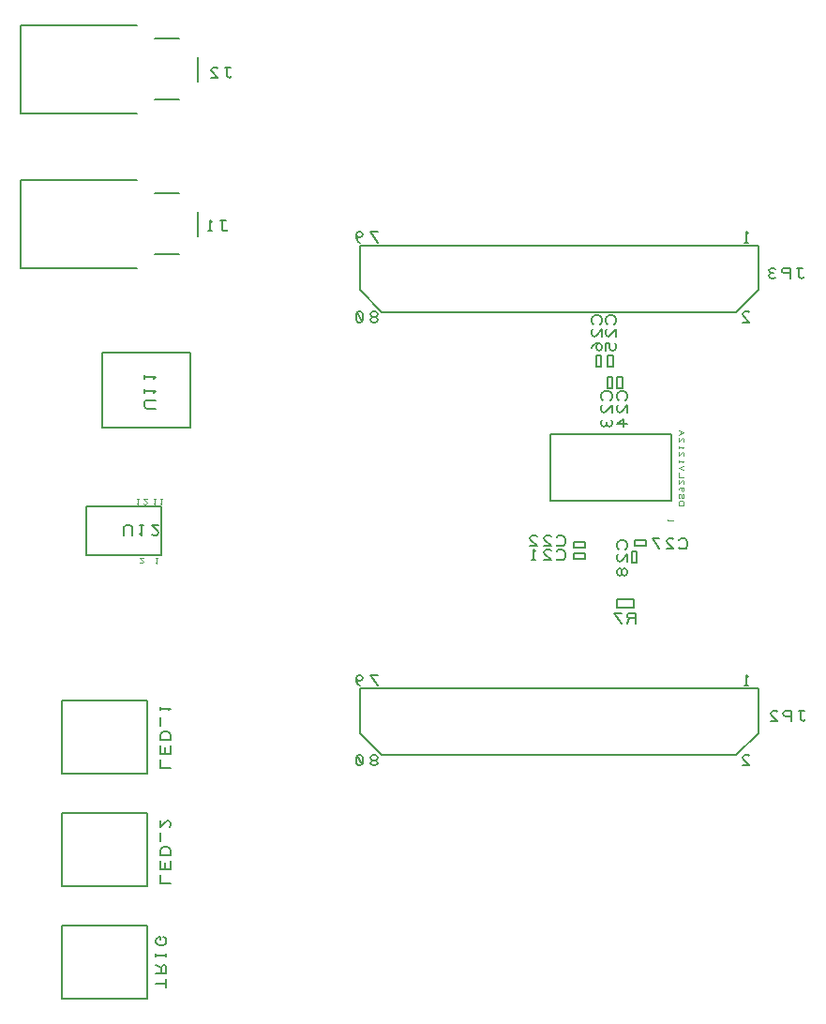
<source format=gbr>
G04 EasyPC Gerber Version 21.0.3 Build 4286 *
G04 #@! TF.Part,Single*
G04 #@! TF.FileFunction,Legend,Bot *
G04 #@! TF.FilePolarity,Positive *
%FSLAX35Y35*%
%MOIN*%
%ADD72C,0.00100*%
%ADD74C,0.00394*%
%ADD29C,0.00500*%
%ADD73C,0.00787*%
X0Y0D02*
D02*
D29*
X-17159Y14758D02*
Y40742D01*
X13156*
Y14758*
X-17159*
Y54758D02*
Y80742D01*
X13156*
Y54758*
X-17159*
Y94758D02*
Y120742D01*
X13156*
Y94758*
X-17159*
X-8522Y189911D02*
X18250D01*
Y172392*
X-8522*
Y189911*
X-2900Y217864D02*
Y244636D01*
X28596*
Y217864*
X-2900*
X15961Y224537D02*
X13149D01*
X12524Y224850*
X12211Y225475*
Y226725*
X12524Y227350*
X13149Y227663*
X15961*
X12211Y230163D02*
Y231413D01*
Y230787D02*
X15961D01*
X15336Y230163*
X12211Y235163D02*
Y236413D01*
Y235787D02*
X15961D01*
X15336Y235163*
X4750Y179563D02*
Y182375D01*
X5063Y183000*
X5687Y183313*
X6937*
X7563Y183000*
X7875Y182375*
Y179563*
X10375Y183313D02*
X11625D01*
X11000D02*
Y179563D01*
X10375Y180187*
X17250Y183313D02*
X14750D01*
X16937Y181125*
X17250Y180500*
X16937Y179875*
X16313Y179563*
X15375*
X14750Y179875*
X16187Y20313D02*
X19937D01*
Y18750D02*
Y21875D01*
X16187Y23750D02*
X19937D01*
Y25937*
X19625Y26563*
X19000Y26875*
X18375Y26563*
X18063Y25937*
Y23750*
Y25937D02*
X16187Y26875D01*
Y29687D02*
Y30937D01*
Y30313D02*
X19937D01*
Y29687D02*
Y30937D01*
X17750Y35937D02*
Y36875D01*
X17437*
X16813Y36563*
X16500Y36250*
X16187Y35625*
Y35000*
X16500Y34375*
X16813Y34063*
X17437Y33750*
X18687*
X19313Y34063*
X19625Y34375*
X19937Y35000*
Y35625*
X19625Y36250*
X19313Y36563*
X18687Y36875*
X21437Y55750D02*
X17687D01*
Y58875*
Y60750D02*
X21437D01*
Y63875*
X19563Y63250D02*
Y60750D01*
X17687D02*
Y63875D01*
Y65750D02*
X21437D01*
Y67625*
X21125Y68250*
X20813Y68563*
X20187Y68875*
X18937*
X18313Y68563*
X18000Y68250*
X17687Y67625*
Y65750*
Y70750D02*
Y73875D01*
Y78250D02*
Y75750D01*
X19875Y77937*
X20500Y78250*
X21125Y77937*
X21437Y77313*
Y76375*
X21125Y75750*
X21437Y96750D02*
X17687D01*
Y99875*
Y101750D02*
X21437D01*
Y104875*
X19563Y104250D02*
Y101750D01*
X17687D02*
Y104875D01*
Y106750D02*
X21437D01*
Y108625*
X21125Y109250*
X20813Y109563*
X20187Y109875*
X18937*
X18313Y109563*
X18000Y109250*
X17687Y108625*
Y106750*
Y111750D02*
Y114875D01*
Y117375D02*
Y118625D01*
Y118000D02*
X21437D01*
X20813Y117375*
X41750Y288313D02*
X41437Y288000D01*
X40813Y287687*
X40187Y288000*
X39875Y288313*
Y291437*
X39250*
X39875D02*
X41125D01*
X36125Y287687D02*
X34875D01*
X35500D02*
Y291437D01*
X36125Y290813*
X43250Y342813D02*
X42937Y342500D01*
X42313Y342187*
X41687Y342500*
X41375Y342813*
Y345937*
X40750*
X41375D02*
X42625D01*
X35750Y342187D02*
X38250D01*
X36063Y344375*
X35750Y345000*
X36063Y345625*
X36687Y345937*
X37625*
X38250Y345625*
X88671Y109329D02*
X96545Y101455D01*
X88671Y125077D02*
Y109329D01*
Y125077D02*
X230404D01*
X88671Y266809D02*
X96545Y258935D01*
X88671Y282557D02*
Y266809D01*
Y282557D02*
X230404D01*
X96545Y101455D02*
X222530D01*
X96545Y258935D02*
X222530D01*
X156285Y191848D02*
Y215470D01*
X199593*
Y191848*
X156285*
X158625Y171313D02*
X158937Y171000D01*
X159563Y170687*
X160500*
X161125Y171000*
X161437Y171313*
X161750Y171937*
Y173187*
X161437Y173813*
X161125Y174125*
X160500Y174437*
X159563*
X158937Y174125*
X158625Y173813*
X154250Y170687D02*
X156750D01*
X154563Y172875*
X154250Y173500*
X154563Y174125*
X155187Y174437*
X156125*
X156750Y174125*
X151125Y170687D02*
X149875D01*
X150500D02*
Y174437D01*
X151125Y173813*
X158625Y176313D02*
X158937Y176000D01*
X159563Y175687*
X160500*
X161125Y176000*
X161437Y176313*
X161750Y176937*
Y178187*
X161437Y178813*
X161125Y179125*
X160500Y179437*
X159563*
X158937Y179125*
X158625Y178813*
X154250Y175687D02*
X156750D01*
X154563Y177875*
X154250Y178500*
X154563Y179125*
X155187Y179437*
X156125*
X156750Y179125*
X149250Y175687D02*
X151750D01*
X149563Y177875*
X149250Y178500*
X149563Y179125*
X150187Y179437*
X151125*
X151750Y179125*
X164750Y173140D02*
Y171261D01*
X168822*
Y173140*
X164750*
Y177140D02*
Y175261D01*
X168822*
Y177140*
X164750*
X174572Y243657D02*
X172694D01*
Y239585*
X174572*
Y243657*
X174187Y254625D02*
X174500Y254937D01*
X174813Y255563*
Y256500*
X174500Y257125*
X174187Y257437*
X173563Y257750*
X172313*
X171687Y257437*
X171375Y257125*
X171063Y256500*
Y255563*
X171375Y254937*
X171687Y254625*
X174813Y250250D02*
Y252750D01*
X172625Y250563*
X172000Y250250*
X171375Y250563*
X171063Y251187*
Y252125*
X171375Y252750*
X173875Y247750D02*
X173250Y247437D01*
X172937Y246813*
Y246187*
X173250Y245563*
X173875Y245250*
X174500Y245563*
X174813Y246187*
Y246813*
X174500Y247437*
X173875Y247750*
X172937*
X172000Y247437*
X171375Y246813*
X171063Y246187*
X178546Y235750D02*
X176667D01*
Y231678*
X178546*
Y235750*
X178616Y243657D02*
X176737D01*
Y239585*
X178616*
Y243657*
X177687Y227625D02*
X178000Y227937D01*
X178313Y228563*
Y229500*
X178000Y230125*
X177687Y230437*
X177063Y230750*
X175813*
X175187Y230437*
X174875Y230125*
X174563Y229500*
Y228563*
X174875Y227937*
X175187Y227625*
X178313Y223250D02*
Y225750D01*
X176125Y223563*
X175500Y223250*
X174875Y223563*
X174563Y224187*
Y225125*
X174875Y225750*
X178000Y220437D02*
X178313Y219813D01*
Y219187*
X178000Y218563*
X177375Y218250*
X176750Y218563*
X176437Y219187*
Y219813*
Y219187D02*
X176125Y218563D01*
X175500Y218250*
X174875Y218563*
X174563Y219187*
Y219813*
X174875Y220437*
X179163Y254625D02*
X179476Y254937D01*
X179789Y255563*
Y256500*
X179476Y257125*
X179163Y257437*
X178539Y257750*
X177289*
X176663Y257437*
X176351Y257125*
X176039Y256500*
Y255563*
X176351Y254937*
X176663Y254625*
X179789Y250250D02*
Y252750D01*
X177601Y250563*
X176976Y250250*
X176351Y250563*
X176039Y251187*
Y252125*
X176351Y252750*
X179476Y247750D02*
X179789Y247125D01*
Y246187*
X179476Y245563*
X178851Y245250*
X178539*
X177913Y245563*
X177601Y246187*
Y247750*
X176039*
Y245250*
X182140Y235750D02*
X180261D01*
Y231678*
X182140*
Y235750*
X183187Y174625D02*
X183500Y174937D01*
X183813Y175563*
Y176500*
X183500Y177125*
X183187Y177437*
X182563Y177750*
X181313*
X180687Y177437*
X180375Y177125*
X180063Y176500*
Y175563*
X180375Y174937*
X180687Y174625*
X183813Y170250D02*
Y172750D01*
X181625Y170563*
X181000Y170250*
X180375Y170563*
X180063Y171187*
Y172125*
X180375Y172750*
X181937Y166813D02*
Y166187D01*
X181625Y165563*
X181000Y165250*
X180375Y165563*
X180063Y166187*
Y166813*
X180375Y167437*
X181000Y167750*
X181625Y167437*
X181937Y166813*
X182250Y167437*
X182875Y167750*
X183500Y167437*
X183813Y166813*
Y166187*
X183500Y165563*
X182875Y165250*
X182250Y165563*
X181937Y166187*
X183187Y227625D02*
X183500Y227937D01*
X183813Y228563*
Y229500*
X183500Y230125*
X183187Y230437*
X182563Y230750*
X181313*
X180687Y230437*
X180375Y230125*
X180063Y229500*
Y228563*
X180375Y227937*
X180687Y227625*
X183813Y223250D02*
Y225750D01*
X181625Y223563*
X181000Y223250*
X180375Y223563*
X180063Y224187*
Y225125*
X180375Y225750*
X183813Y219187D02*
X180063D01*
X182563Y220750*
Y218250*
X185360Y169750D02*
X187239D01*
Y173822*
X185360*
Y169750*
X186250Y153750D02*
Y156774D01*
X180225*
Y153750*
X186250*
X186750Y148187D02*
Y151937D01*
X184563*
X183937Y151625*
X183625Y151000*
X183937Y150375*
X184563Y150063*
X186750*
X184563D02*
X183625Y148187D01*
X181750D02*
X179250Y151937D01*
X181750*
X190500Y175860D02*
Y177739D01*
X186428*
Y175860*
X190500*
X202125Y175313D02*
X202437Y175000D01*
X203063Y174687*
X204000*
X204625Y175000*
X204937Y175313*
X205250Y175937*
Y177187*
X204937Y177813*
X204625Y178125*
X204000Y178437*
X203063*
X202437Y178125*
X202125Y177813*
X197750Y174687D02*
X200250D01*
X198063Y176875*
X197750Y177500*
X198063Y178125*
X198687Y178437*
X199625*
X200250Y178125*
X195250Y174687D02*
X192750Y178437D01*
X195250*
X230404Y109329D02*
X222530Y101455D01*
X230404Y125077D02*
Y109329D01*
Y266809D02*
X222530Y258935D01*
X230404Y282557D02*
Y266809D01*
X246750Y271521D02*
X246437Y271209D01*
X245813Y270896*
X245187Y271209*
X244875Y271521*
Y274646*
X244250*
X244875D02*
X246125D01*
X241750Y270896D02*
Y274646D01*
X239563*
X238937Y274334*
X238625Y273709*
X238937Y273084*
X239563Y272771*
X241750*
X236437Y271209D02*
X235813Y270896D01*
X235187*
X234563Y271209*
X234250Y271834*
X234563Y272459*
X235187Y272771*
X235813*
X235187D02*
X234563Y273084D01*
X234250Y273709*
X234563Y274334*
X235187Y274646*
X235813*
X236437Y274334*
X247250Y114041D02*
X246937Y113728D01*
X246313Y113416*
X245687Y113728*
X245375Y114041*
Y117166*
X244750*
X245375D02*
X246625D01*
X242250Y113416D02*
Y117166D01*
X240063*
X239437Y116854*
X239125Y116228*
X239437Y115604*
X240063Y115291*
X242250*
X234750Y113416D02*
X237250D01*
X235063Y115604*
X234750Y116228*
X235063Y116854*
X235687Y117166*
X236625*
X237250Y116854*
D02*
D72*
X198093Y184681D02*
Y185306D01*
Y184993D02*
X199968D01*
X199655Y184681*
X202030Y190274D02*
X203905D01*
Y191211*
X203748Y191524*
X203592Y191680*
X203280Y191836*
X202655*
X202342Y191680*
X202186Y191524*
X202030Y191211*
Y190274*
X202498Y192774D02*
X202186Y192930D01*
X202030Y193243*
Y193867*
X202186Y194180*
X202498Y194336*
X202811Y194180*
X202967Y193867*
Y193243*
X203124Y192930*
X203436Y192774*
X203748Y192930*
X203905Y193243*
Y193867*
X203748Y194180*
X203436Y194336*
X202030Y195743D02*
X202186Y196055D01*
X202498Y196367*
X202967Y196524*
X203436*
X203748Y196367*
X203905Y196055*
Y195743*
X203748Y195430*
X203436Y195274*
X203124Y195430*
X202967Y195743*
Y196055*
X203124Y196367*
X203436Y196524*
X202030Y199024D02*
Y197774D01*
X203124Y198867*
X203436Y199024*
X203748Y198867*
X203905Y198555*
Y198086*
X203748Y197774*
X203905Y200274D02*
X202030D01*
Y201836*
X203905Y202774D02*
X202030Y203555D01*
X203905Y204336*
X202030Y205586D02*
Y206211D01*
Y205899D02*
X203905D01*
X203592Y205586*
X202030Y209024D02*
Y207774D01*
X203124Y208867*
X203436Y209024*
X203748Y208867*
X203905Y208555*
Y208086*
X203748Y207774*
X202030Y210586D02*
Y211211D01*
Y210899D02*
X203905D01*
X203592Y210586*
X202030Y214024D02*
Y212774D01*
X203124Y213867*
X203436Y214024*
X203748Y213867*
X203905Y213555*
Y213086*
X203748Y212774*
X202030Y215274D02*
X203905Y216055D01*
X202030Y216836*
X202811Y215586D02*
Y216524D01*
D02*
D73*
X9423Y305841D02*
X-31837D01*
Y274659*
X9423*
Y360841D02*
X-31837D01*
Y329659*
X9423*
X24581Y279423D02*
X15919D01*
X24581Y301077D02*
X15919D01*
X24581Y334423D02*
X15919D01*
X24581Y356077D02*
X15919D01*
X31077Y294581D02*
Y285919D01*
Y349581D02*
Y340919D01*
X94011Y99609D02*
X93371D01*
X92731Y99929*
X92411Y100569*
X92731Y101209*
X93371Y101529*
X94011*
X94650Y101209*
X94970Y100569*
X94650Y99929*
X94011Y99609*
X94650Y99289*
X94970Y98650*
X94650Y98010*
X94011Y97690*
X93371*
X92731Y98010*
X92411Y98650*
X92731Y99289*
X93371Y99609*
X89532Y98010D02*
X88893Y97690D01*
X88253*
X87613Y98010*
X87293Y98650*
Y100569*
X87613Y101209*
X88253Y101529*
X88893*
X89532Y101209*
X89852Y100569*
Y98650*
X89532Y98010*
X87613Y101209*
X94970Y126037D02*
X92411Y129875D01*
X94970*
X88893Y126037D02*
X88253Y126356D01*
X87613Y126996*
X87293Y127956*
Y128915*
X87613Y129555*
X88253Y129875*
X88893*
X89532Y129555*
X89852Y128915*
X89532Y128276*
X88893Y127956*
X88253*
X87613Y128276*
X87293Y128915*
X94011Y257090D02*
X93371D01*
X92731Y257409*
X92411Y258049*
X92731Y258689*
X93371Y259009*
X94011*
X94650Y258689*
X94970Y258049*
X94650Y257409*
X94011Y257090*
X94650Y256770*
X94970Y256130*
X94650Y255490*
X94011Y255170*
X93371*
X92731Y255490*
X92411Y256130*
X92731Y256770*
X93371Y257090*
X89532Y255490D02*
X88893Y255170D01*
X88253*
X87613Y255490*
X87293Y256130*
Y258049*
X87613Y258689*
X88253Y259009*
X88893*
X89532Y258689*
X89852Y258049*
Y256130*
X89532Y255490*
X87613Y258689*
X94970Y283517D02*
X92411Y287356D01*
X94970*
X88893Y283517D02*
X88253Y283837D01*
X87613Y284476*
X87293Y285436*
Y286396*
X87613Y287035*
X88253Y287356*
X88893*
X89532Y287035*
X89852Y286396*
X89532Y285756*
X88893Y285436*
X88253*
X87613Y285756*
X87293Y286396*
X224695Y97690D02*
X227254D01*
X225015Y99929*
X224695Y100569*
X225015Y101209*
X225654Y101529*
X226614*
X227254Y101209*
X226614Y126037D02*
X225335D01*
X225974D02*
Y129875D01*
X226614Y129235*
X224695Y255170D02*
X227254D01*
X225015Y257409*
X224695Y258049*
X225015Y258689*
X225654Y259009*
X226614*
X227254Y258689*
X226614Y283517D02*
X225335D01*
X225974D02*
Y287356D01*
X226614Y286716*
D02*
D74*
X9511Y192513D02*
X10135D01*
X9823D02*
Y190639D01*
X9511Y190951*
X12948Y192513D02*
X11698D01*
X12792Y191420*
X12948Y191107*
X12792Y190795*
X12479Y190639*
X12011*
X11698Y190795*
X11629Y171647D02*
X10379D01*
X11473Y170554*
X11629Y170241*
X11473Y169929*
X11160Y169772*
X10692*
X10379Y169929*
X15416Y192513D02*
X16041D01*
X15729D02*
Y190639D01*
X15416Y190951*
X17916Y192513D02*
X18541D01*
X18229D02*
Y190639D01*
X17916Y190951*
X16200Y171450D02*
X16825D01*
X16513D02*
Y169576D01*
X16200Y169888*
X0Y0D02*
M02*

</source>
